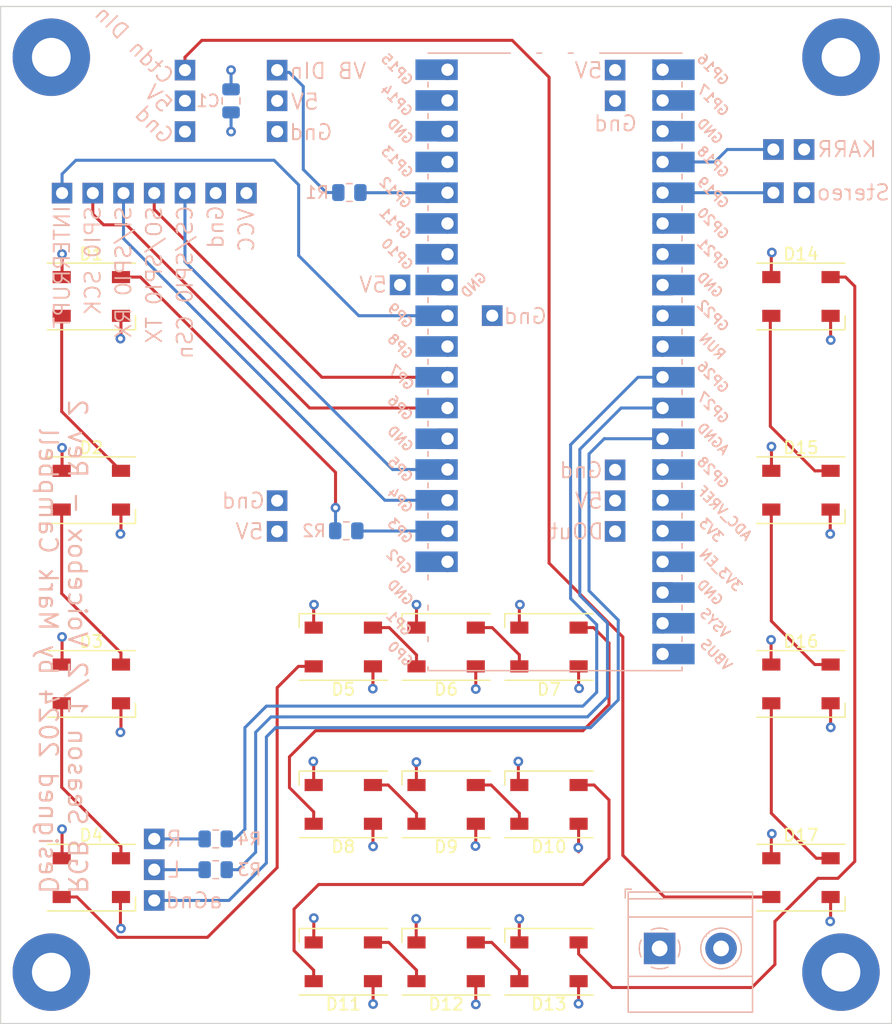
<source format=kicad_pcb>
(kicad_pcb (version 20221018) (generator pcbnew)
  (layers (0 "F.Cu" signal) (1 "In1.Cu" power) (2 "In2.Cu" power) (31 "B.Cu" signal) (34 "B.Paste" user) (35 "F.Paste" user) (36 "B.SilkS" user "B.Silkscreen") (37 "F.SilkS" user "F.Silkscreen") (38 "B.Mask" user) (39 "F.Mask" user) (44 "Edge.Cuts" user))
  (net 0 "")
  (net 1 "+5V")
  (net 2 "Net-(D10-DIN)")
  (net 3 "Net-(D4-DOUT)")
  (net 4 "GND")
  (net 5 "Net-(D1-DIN)")
  (net 6 "Net-(D1-DOUT)")
  (net 7 "Net-(D2-DOUT)")
  (net 8 "Net-(D3-DOUT)")
  (net 9 "Net-(D5-DOUT)")
  (net 10 "Net-(D6-DOUT)")
  (net 11 "Net-(D7-DOUT)")
  (net 12 "Net-(D11-DOUT)")
  (net 13 "Net-(D12-DOUT)")
  (net 14 "Net-(D13-DOUT)")
  (net 15 "Net-(D14-DOUT)")
  (net 16 "Net-(D15-DOUT)")
  (net 17 "Net-(D16-DOUT)")
  (net 18 "Net-(D10-DOUT)")
  (net 19 "unconnected-(U1-GPIO5-Pad7)")
  (net 20 "unconnected-(U1-GPIO6-Pad9)")
  (net 21 "unconnected-(U1-GPIO7-Pad10)")
  (net 23 "unconnected-(U1-GPIO9-Pad12)")
  (net 28 "unconnected-(U1-GPIO19-Pad25)")
  (net 37 "unconnected-(U1-GPIO4-Pad6)")
  (net 38 "Net-(U1-AGND)")
  (net 39 "Net-(U1-GPIO26_ADC0)")
  (net 40 "Net-(U1-GPIO3)")
  (net 45 "Net-(U1-GPIO27_ADC1)")
  (net 46 "Net-(U1-GPIO12)")
  (net 47 "Net-(J1-PadR1)")
  (net 48 "Net-(J1-PadT)")
  (net 49 "unconnected-(R1-Pad1)")
  (net 50 "Net-(D8-DOUT)")
  (net 52 "unconnected-(U1-GPIO18-Pad24)")
  (net 53 "unconnected-(D17-DOUT-Pad4)")
  (footprint "" (layer "F.Cu") (at 88.9 104.314 -90)
    (fp_text reference "R")
    (fp_text value "")
  )
  (footprint "" (layer "F.Cu") (at 80.391 39.751)
    (fp_text reference "")
    (fp_text value "")
  )
  (footprint "" (layer "F.Cu") (at 91.44 43.354)
    (fp_text reference "")
    (fp_text value "")
  )
  (footprint "" (layer "F.Cu") (at 80.391 115.316)
    (fp_text reference "")
    (fp_text value "")
  )
  (footprint "LED_SMD:LED_SK6812_PLCC4_5.0x5.0mm_P3.2mm" (layer "F.Cu") (at 104.53 101.46 180)
    (fp_text reference "D8")
    (fp_text value "SK6812" hide)
  )
  (footprint "" (layer "F.Cu") (at 116.84 61.094)
    (fp_text reference "Gnd")
    (fp_text value "")
  )
  (footprint "" (layer "F.Cu") (at 99.06 40.814)
    (fp_text reference "VB DIn")
    (fp_text value "")
  )
  (footprint "" (layer "F.Cu") (at 127 73.834)
    (fp_text reference "Gnd")
    (fp_text value "")
  )
  (footprint "" (layer "F.Cu") (at 127 43.354)
    (fp_text reference "Gnd")
    (fp_text value "")
  )
  (footprint "" (layer "F.Cu") (at 127 76.374)
    (fp_text reference "5V")
    (fp_text value "")
  )
  (footprint "LED_SMD:LED_SK6812_PLCC4_5.0x5.0mm_P3.2mm" (layer "F.Cu") (at 121.53 114.46 180)
    (fp_text reference "D13")
    (fp_text value "SK6812" hide)
  )
  (footprint "LED_SMD:LED_SK6812_PLCC4_5.0x5.0mm_P3.2mm" (layer "F.Cu") (at 121.53 88.46 180)
    (fp_text reference "D7")
    (fp_text value "SK6812" hide)
  )
  (footprint "" (layer "F.Cu") (at 140.081377 47.371 -90)
    (fp_text reference "KARR")
    (fp_text value "")
  )
  (footprint "LED_SMD:LED_SK6812_PLCC4_5.0x5.0mm_P3.2mm" (layer "F.Cu") (at 142.36 59.51)
    (fp_text reference "D14")
    (fp_text value "SK6812" hide)
  )
  (footprint "" (layer "F.Cu") (at 88.9 106.854)
    (fp_text reference "")
    (fp_text value "")
  )
  (footprint "" (layer "F.Cu") (at 127 40.814)
    (fp_text reference "5V")
    (fp_text value "")
  )
  (footprint "LED_SMD:LED_SK6812_PLCC4_5.0x5.0mm_P3.2mm" (layer "F.Cu") (at 142.36 107.51)
    (fp_text reference "D17")
    (fp_text value "SK6812" hide)
  )
  (footprint "" (layer "F.Cu") (at 91.44 40.814)
    (fp_text reference "Ctdn DIn")
    (fp_text value "")
  )
  (footprint "" (layer "F.Cu") (at 140.081377 50.942518 -90)
    (fp_text reference "Stereo")
    (fp_text value "")
  )
  (footprint "" (layer "F.Cu") (at 99.06 78.914)
    (fp_text reference "5V")
    (fp_text value "")
  )
  (footprint "" (layer "F.Cu") (at 109.22 58.554)
    (fp_text reference "5V")
    (fp_text value "")
  )
  (footprint "" (layer "F.Cu") (at 142.621377 47.371 -90)
    (fp_text reference "Gnd" hide)
    (fp_text value "")
  )
  (footprint "LED_SMD:LED_SK6812_PLCC4_5.0x5.0mm_P3.2mm" (layer "F.Cu") (at 113.03 101.46 180)
    (fp_text reference "D9")
    (fp_text value "SK6812" hide)
  )
  (footprint "MountingHole:MountingHole_3.2mm_M3_Pad" (layer "F.Cu") (at 145.669 39.751)
    (fp_text reference "REF**" hide)
    (fp_text value "MountingHole_3.2mm_M3_Pad" hide)
  )
  (footprint "LED_SMD:LED_SK6812_PLCC4_5.0x5.0mm_P3.2mm" (layer "F.Cu") (at 104.53 88.46 180)
    (fp_text reference "D5")
    (fp_text value "SK6812" hide)
  )
  (footprint "LED_SMD:LED_SK6812_PLCC4_5.0x5.0mm_P3.2mm" (layer "F.Cu") (at 83.7 107.51)
    (fp_text reference "D4")
    (fp_text value "SK6812" hide)
  )
  (footprint "" (layer "F.Cu") (at 99.06 45.894)
    (fp_text reference "Gnd")
    (fp_text value "")
  )
  (footprint "LED_SMD:LED_SK6812_PLCC4_5.0x5.0mm_P3.2mm" (layer "F.Cu") (at 104.53 114.46 180)
    (fp_text reference "D11")
    (fp_text value "SK6812" hide)
  )
  (footprint "" (layer "F.Cu") (at 91.44 45.894)
    (fp_text reference "")
    (fp_text value "")
  )
  (footprint "LED_SMD:LED_SK6812_PLCC4_5.0x5.0mm_P3.2mm" (layer "F.Cu") (at 142.36 91.51)
    (fp_text reference "D16")
    (fp_text value "SK6812" hide)
  )
  (footprint "" (layer "F.Cu") (at 127 78.914)
    (fp_text reference "DOut")
    (fp_text value "")
  )
  (footprint "LED_SMD:LED_SK6812_PLCC4_5.0x5.0mm_P3.2mm" (layer "F.Cu") (at 142.36 75.51)
    (fp_text reference "D15")
    (fp_text value "SK6812" hide)
  )
  (footprint "LED_SMD:LED_SK6812_PLCC4_5.0x5.0mm_P3.2mm" (layer "F.Cu") (at 113.03 88.46 180)
    (fp_text reference "D6")
    (fp_text value "SK6812" hide)
  )
  (footprint "LED_SMD:LED_SK6812_PLCC4_5.0x5.0mm_P3.2mm" (layer "F.Cu") (at 83.7 91.51)
    (fp_text reference "D3")
    (fp_text value "SK6812" hide)
  )
  (footprint "LED_SMD:LED_SK6812_PLCC4_5.0x5.0mm_P3.2mm" (layer "F.Cu") (at 83.7 59.51)
    (fp_text reference "D1")
    (fp_text value "SK6812" hide)
  )
  (footprint "" (layer "F.Cu") (at 99.06 76.374)
    (fp_text reference "Gnd")
    (fp_text value "")
  )
  (footprint "" (layer "F.Cu") (at 88.9 109.394)
    (fp_text reference "")
    (fp_text value "")
  )
  (footprint "LED_SMD:LED_SK6812_PLCC4_5.0x5.0mm_P3.2mm" (layer "F.Cu") (at 83.7 75.51)
    (fp_text reference "D2")
    (fp_text value "SK6812" hide)
  )
  (footprint "" (layer "F.Cu") (at 142.621377 50.942518 -90)
    (fp_text reference "Gnd" hide)
    (fp_text value "")
  )
  (footprint "" (layer "F.Cu") (at 145.669 115.316)
    (fp_text reference "")
    (fp_text value "")
  )
  (footprint "LED_SMD:LED_SK6812_PLCC4_5.0x5.0mm_P3.2mm" (layer "F.Cu") (at 113.03 114.46 180)
    (fp_text reference "D12")
    (fp_text value "SK6812" hide)
  )
  (footprint "" (layer "F.Cu") (at 99.06 43.354)
    (fp_text reference "5V")
    (fp_text value "")
  )
  (footprint "LED_SMD:LED_SK6812_PLCC4_5.0x5.0mm_P3.2mm" (layer "F.Cu") (at 121.53 101.46 180)
    (fp_text reference "D10")
    (fp_text value "SK6812" hide)
  )
  (footprint "Resistor_SMD:R_0805_2012Metric" (layer "B.Cu") (at 93.98 104.314 180)
    (fp_text reference "R4")
    (fp_text value "470" hide)
  )
  (footprint "Resistor_SMD:R_0805_2012Metric" (layer "B.Cu") (at 93.98 106.854 180)
    (fp_text reference "R3")
    (fp_text value "470" hide)
  )
  (footprint "" (layer "B.Cu") (at 83.82 50.974 90)
    (fp_text reference "SPI0 SCK")
    (fp_text value "")
  )
  (footprint "TerminalBlock_Phoenix:TerminalBlock_Phoenix_MKDS-1,5-2-5.08_1x02_P5.08mm_Horizontal" (layer "B.Cu") (at 130.678 113.36)
    (fp_text reference "REF**" hide)
    (fp_text value "TerminalBlock_Phoenix_MKDS-1,5-2-5.08_1x02_P5.08mm_Horizontal" hide)
  )
  (footprint "Capacitor_SMD:C_0805_2012Metric" (layer "B.Cu") (at 95.25 43.354 -90)
    (fp_text reference "C1")
    (fp_text value "1mf" hide)
  )
  (footprint "" (layer "B.Cu") (at 96.52 50.974 90)
    (fp_text reference "VCC")
    (fp_text value "")
  )
  (footprint "" (layer "B.Cu") (at 81.28 50.974 90)
    (fp_text reference "INTERRUPT")
    (fp_text value "")
  )
  (footprint "" (layer "B.Cu") (at 88.9 50.974 90)
    (fp_text reference "SO/SPI0 TX")
    (fp_text value "")
  )
  (footprint "MCU_RaspberryPi_and_Boards:RPi_Pico_SMD_TH_Voicebox" (layer "B.Cu") (at 122.031377 64.912518)
    (fp_text reference "U1" hide)
    (fp_text value "Pico")
  )
  (footprint "" (layer "B.Cu") (at 86.36 50.974 90)
    (fp_text reference "SI/SPI0 RX")
    (fp_text value "")
  )
  (footprint "Resistor_SMD:R_0805_2012Metric" (layer "B.Cu") (at 104.775 78.867 180)
    (fp_text reference "R2")
    (fp_text value "470" hide)
  )
  (footprint "" (layer "B.Cu") (at 91.44 50.974 90)
    (fp_text reference "CS/SPI0 CSn")
    (fp_text value "")
  )
  (footprint "Resistor_SMD:R_0805_2012Metric" (layer "B.Cu") (at 105.029 50.927)
    (fp_text reference "R1")
    (fp_text value "470" hide)
  )
  (footprint "" (layer "B.Cu") (at 93.98 50.974 90)
    (fp_text reference "Gnd")
    (fp_text value "")
  )
  (gr_line (start 149.86 35.56) (end 76.2 35.56) (stroke (width 0.1)) (layer "Edge.Cuts"))
  (gr_line (start 76.2 35.56) (end 76.2 119.56) (stroke (width 0.1)) (layer "Edge.Cuts"))
  (gr_line (start 149.86 119.56) (end 149.86 35.56) (stroke (width 0.1)) (layer "Edge.Cuts"))
  (gr_line (start 76.2 119.56) (end 149.86 119.56) (stroke (width 0.1)) (layer "Edge.Cuts"))
  (gr_text "RGB Season 1/2 Voicebox - Rev 2\nDesigned 2024 by Mark Campbell" (at 79.248 108.966 270) (layer "B.SilkS") (effects (font (size 1.5 1.5) (thickness 0.1875)) (justify left bottom mirror)))
  (gr_text "aGnd" (at 92.202 109.394) (layer "B.SilkS") (effects (font (size 1.27 1.27)) (justify mirror)))
  (gr_text "5V" (at 89.239271 43.18 315) (layer "B.SilkS") (effects (font (size 1.27 1.27)) (justify mirror)))
  (gr_text "Gnd" (at 88.9 45.339 315) (layer "B.SilkS") (effects (font (size 1.27 1.27)) (justify mirror)))
  (gr_text "L" (at 90.551 106.854) (layer "B.SilkS") (effects (font (size 1.27 1.27)) (justify mirror)))
  (segment (start 115.48 90.06) (end 115.48 91.931662) (width 0.25) (layer "F.Cu") (net 1))
  (segment (start 127.682 40.814) (end 127 40.814) (width 0.25) (layer "F.Cu") (net 1))
  (segment (start 81.28 56.007) (end 81.28 56.13) (width 0.25) (layer "F.Cu") (net 1))
  (segment (start 139.922174 73.897826) (end 139.922174 71.9063) (width 0.25) (layer "F.Cu") (net 1))
  (segment (start 123.98 91.836013) (end 124.019904 91.875917) (width 0.25) (layer "F.Cu") (net 1))
  (segment (start 139.890349 87.871485) (end 139.91 87.967) (width 0.25) (layer "F.Cu") (net 1))
  (segment (start 106.968601 91.913399) (end 106.968601 91.903916) (width 0.25) (layer "F.Cu") (net 1))
  (segment (start 139.922174 71.9063) (end 139.91 71.926) (width 0.25) (layer "F.Cu") (net 1))
  (segment (start 106.98 91.902) (end 106.98 90.06) (width 0.25) (layer "F.Cu") (net 1))
  (segment (start 106.934 91.948) (end 106.968601 91.913399) (width 0.25) (layer "F.Cu") (net 1))
  (segment (start 81.28 103.505) (end 81.28 105.88) (width 0.25) (layer "F.Cu") (net 1))
  (segment (start 81.28 89.88) (end 81.25 89.91) (width 0.25) (layer "F.Cu") (net 1))
  (segment (start 81.28 72.009) (end 81.28 73.88) (width 0.25) (layer "F.Cu") (net 1))
  (segment (start 123.98 105.001) (end 123.952 105.029) (width 0.25) (layer "F.Cu") (net 1))
  (segment (start 109.22 58.42) (end 109.22 58.554) (width 0.25) (layer "F.Cu") (net 1))
  (segment (start 123.974783 116.065217) (end 123.974783 117.921286) (width 0.25) (layer "F.Cu") (net 1))
  (segment (start 106.978084 91.903916) (end 106.98 91.902) (width 0.25) (layer "F.Cu") (net 1))
  (segment (start 123.98 105.057) (end 123.98 105.382) (width 0.25) (layer "F.Cu") (net 1))
  (segment (start 81.28 105.88) (end 81.25 105.91) (width 0.25) (layer "F.Cu") (net 1))
  (segment (start 139.890349 89.890349) (end 139.890349 87.871485) (width 0.25) (layer "F.Cu") (net 1))
  (segment (start 106.990874 117.950978) (end 106.966022 117.950978) (width 0.25) (layer "F.Cu") (net 1))
  (segment (start 81.28 73.88) (end 81.25 73.91) (width 0.25) (layer "F.Cu") (net 1))
  (segment (start 106.98 116.06) (end 106.98 116.124) (width 0.25) (layer "F.Cu") (net 1))
  (segment (start 139.91 89.91) (end 139.890349 89.890349) (width 0.25) (layer "F.Cu") (net 1))
  (segment (start 115.482828 117.98067) (end 115.44533 117.98067) (width 0.25) (layer "F.Cu") (net 1))
  (segment (start 115.48 91.931662) (end 115.480253 91.931915) (width 0.25) (layer "F.Cu") (net 1))
  (segment (start 123.952 105.029) (end 123.98 105.057) (width 0.25) (layer "F.Cu") (net 1))
  (segment (start 106.966022 117.950978) (end 106.934 117.983) (width 0.25) (layer "F.Cu") (net 1))
  (segment (start 139.91 103.93) (end 139.954 103.886) (width 0.25) (layer "F.Cu") (net 1))
  (segment (start 123.98 103.06) (end 123.98 105.001) (width 0.25) (layer "F.Cu") (net 1))
  (segment (start 115.453136 104.901278) (end 115.48 104.928142) (width 0.25) (layer "F.Cu") (net 1))
  (segment (start 115.482828 116.062828) (end 115.482828 117.98067) (width 0.25) (layer "F.Cu") (net 1))
  (segment (start 139.91 57.91) (end 139.91 55.924) (width 0.25) (layer "F.Cu") (net 1))
  (segment (start 106.990874 116.070874) (end 106.990874 117.950978) (width 0.25) (layer "F.Cu") (net 1))
  (segment (start 123.98 90.06) (end 123.98 91.836013) (width 0.25) (layer "F.Cu") (net 1))
  (segment (start 106.98 104.941844) (end 106.990874 104.93097) (width 0.25) (layer "F.Cu") (net 1))
  (segment (start 139.91 73.91) (end 139.922174 73.897826) (width 0.25) (layer "F.Cu") (net 1))
  (segment (start 81.28 56.007) (end 81.28 57.88) (width 0.25) (layer "F.Cu") (net 1))
  (segment (start 115.44533 117.98067) (end 115.443 117.983) (width 0.25) (layer "F.Cu") (net 1))
  (segment (start 106.968601 91.903916) (end 106.978084 91.903916) (width 0.25) (layer "F.Cu") (net 1))
  (segment (start 115.48 103.06) (end 115.48 104.874414) (width 0.25) (layer "F.Cu") (net 1))
  (segment (start 123.974783 117.921286) (end 124.017286 117.921286) (width 0.25) (layer "F.Cu") (net 1))
  (segment (start 139.91 105.91) (end 139.91 103.93) (width 0.25) (layer "F.Cu") (net 1))
  (segment (start 106.990874 104.93097) (end 106.98 104.920096) (width 0.25) (layer "F.Cu") (net 1))
  (segment (start 123.98 116.06) (end 123.974783 116.065217) (width 0.25) (layer "F.Cu") (net 1))
  (segment (start 115.48 116.06) (end 115.482828 116.062828) (width 0.25) (layer "F.Cu") (net 1))
  (segment (start 106.98 116.06) (end 106.990874 116.070874) (width 0.25) (layer "F.Cu") (net 1))
  (segment (start 115.480253 91.931915) (end 115.48 91.932168) (width 0.25) (layer "F.Cu") (net 1))
  (segment (start 106.98 104.920096) (end 106.98 103.06) (width 0.25) (layer "F.Cu") (net 1))
  (segment (start 81.28 87.63) (end 81.28 89.88) (width 0.25) (layer "F.Cu") (net 1))
  (segment (start 123.98 91.915821) (end 123.98 91.92) (width 0.25) (layer "F.Cu") (net 1))
  (segment (start 124.017286 117.921286) (end 124.079 117.983) (width 0.25) (layer "F.Cu") (net 1))
  (segment (start 81.28 57.88) (end 81.25 57.91) (width 0.25) (layer "F.Cu") (net 1))
  (segment (start 124.019904 91.875917) (end 123.98 91.915821) (width 0.25) (layer "F.Cu") (net 1))
  (segment (start 115.48 104.874414) (end 115.453136 104.901278) (width 0.25) (layer "F.Cu") (net 1))
  (segment (start 139.91 55.924) (end 139.954 55.88) (width 0.25) (layer "F.Cu") (net 1))
  (via (at 115.482828 117.98067) (size 0.8) (drill 0.4) (layers "F.Cu" "B.Cu") (net 1))
  (via (at 139.922174 71.9063) (size 0.8) (drill 0.4) (layers "F.Cu" "B.Cu") (net 1))
  (via (at 106.968601 91.903916) (size 0.8) (drill 0.4) (layers "F.Cu" "B.Cu") (net 1))
  (via (at 115.480253 91.931915) (size 0.8) (drill 0.4) (layers "F.Cu" "B.Cu") (net 1))
  (via (at 123.974783 117.921286) (size 0.8) (drill 0.4) (layers "F.Cu" "B.Cu") (net 1))
  (via (at 106.990874 104.93097) (size 0.8) (drill 0.4) (layers "F.Cu" "B.Cu") (net 1))
  (via (at 139.954 103.886) (size 0.8) (drill 0.4) (layers "F.Cu" "B.Cu") (net 1))
  (via (at 139.890349 87.871485) (size 0.8) (drill 0.4) (layers "F.Cu" "B.Cu") (net 1))
  (via (at 95.25 40.814) (size 0.8) (drill 0.4) (layers "F.Cu" "B.Cu") (net 1))
  (via (at 123.952 105.029) (size 0.8) (drill 0.4) (layers "F.Cu" "B.Cu") (net 1))
  (via (at 106.990874 117.950978) (size 0.8) (drill 0.4) (layers "F.Cu" "B.Cu") (net 1))
  (via (at 115.453136 104.901278) (size 0.8) (drill 0.4) (layers "F.Cu" "B.Cu") (net 1))
  (via (at 124.019904 91.875917) (size 0.8) (drill 0.4) (layers "F.Cu" "B.Cu") (net 1))
  (via (at 81.28 72.009) (size 0.8) (drill 0.4) (layers "F.Cu" "B.Cu") (net 1))
  (via (at 139.954 55.88) (size 0.8) (drill 0.4) (layers "F.Cu" "B.Cu") (net 1))
  (via (at 81.28 87.63) (size 0.8) (drill 0.4) (layers "F.Cu" "B.Cu") (net 1))
  (via (at 81.28 103.505) (size 0.8) (drill 0.4) (layers "F.Cu" "B.Cu") (net 1))
  (via (at 81.28 56.007) (size 0.8) (drill 0.4) (layers "F.Cu" "B.Cu") (net 1))
  (segment (start 95.25 42.404) (end 95.25 40.814) (width 0.25) (layer "B.Cu") (net 1))
  (segment (start 116.751 99.86) (end 119.08 102.189) (width 0.25) (layer "F.Cu") (net 2))
  (segment (start 119.08 102.189) (end 119.08 103.06) (width 0.25) (layer "F.Cu") (net 2))
  (segment (start 115.48 99.86) (end 116.751 99.86) (width 0.25) (layer "F.Cu") (net 2))
  (segment (start 82.518695 109.11) (end 85.849695 112.441) (width 0.25) (layer "F.Cu") (net 3))
  (segment (start 85.849695 112.441) (end 93.299 112.441) (width 0.25) (layer "F.Cu") (net 3))
  (segment (start 99.06 106.68) (end 99.06 91.821) (width 0.25) (layer "F.Cu") (net 3))
  (segment (start 102.08 90.06) (end 100.821 90.06) (width 0.25) (layer "F.Cu") (net 3))
  (segment (start 93.299 112.441) (end 99.06 106.68) (width 0.25) (layer "F.Cu") (net 3))
  (segment (start 81.25 109.11) (end 82.518695 109.11) (width 0.25) (layer "F.Cu") (net 3))
  (segment (start 100.821 90.06) (end 99.06 91.821) (width 0.25) (layer "F.Cu") (net 3))
  (segment (start 144.81 63.098087) (end 144.823278 63.111365) (width 0.25) (layer "F.Cu") (net 4))
  (segment (start 119.126 84.963) (end 119.08 85.009) (width 0.25) (layer "F.Cu") (net 4))
  (segment (start 144.78 77.14) (end 144.81 77.11) (width 0.25) (layer "F.Cu") (net 4))
  (segment (start 144.81 109.11) (end 144.81 111.095) (width 0.25) (layer "F.Cu") (net 4))
  (segment (start 102.108 84.963) (end 102.08 84.935) (width 0.25) (layer "F.Cu") (net 4))
  (segment (start 144.787635 63.111365) (end 144.78 63.119) (width 0.25) (layer "F.Cu") (net 4))
  (segment (start 116.84 61.482) (end 116.452 61.094) (width 0.25) (layer "F.Cu") (net 4))
  (segment (start 102.08 86.86) (end 102.08 84.991) (width 0.25) (layer "F.Cu") (net 4))
  (segment (start 127 43.354) (end 127.08 43.354) (width 0.25) (layer "F.Cu") (net 4))
  (segment (start 131.041859 45.983) (end 130.921377 45.862518) (width 0.25) (layer "F.Cu") (net 4))
  (segment (start 144.81 95.082561) (end 144.823278 95.095839) (width 0.25) (layer "F.Cu") (net 4))
  (segment (start 110.553932 112.833932) (end 110.553932 110.913938) (width 0.25) (layer "F.Cu") (net 4))
  (segment (start 86.15 109.11) (end 86.106 109.154) (width 0.25) (layer "F.Cu") (net 4))
  (segment (start 86.106 109.154) (end 86.106 111.672) (width 0.25) (layer "F.Cu") (net 4))
  (segment (start 110.553932 110.913938) (end 110.58 111.035) (width 0.25) (layer "F.Cu") (net 4))
  (segment (start 99.091482 45.862518) (end 99.06 45.894) (width 0.25) (layer "F.Cu") (net 4))
  (segment (start 119.08 86.86) (end 119.08 85.009) (width 0.25) (layer "F.Cu") (net 4))
  (segment (start 110.570262 97.969646) (end 110.570262 99.850262) (width 0.25) (layer "F.Cu") (net 4))
  (segment (start 102.091669 110.854554) (end 102.108 110.998) (width 0.25) (layer "F.Cu") (net 4))
  (segment (start 102.048615 97.910261) (end 102.08 97.941646) (width 0.25) (layer "F.Cu") (net 4))
  (segment (start 86.106 95.504) (end 86.15 95.46) (width 0.25) (layer "F.Cu") (net 4))
  (segment (start 86.15 61.004) (end 86.15 61.11) (width 0.25) (layer "F.Cu") (net 4))
  (segment (start 144.81 61.11) (end 144.81 63.098087) (width 0.25) (layer "F.Cu") (net 4))
  (segment (start 86.106 62.992) (end 86.106 62.865) (width 0.25) (layer "F.Cu") (net 4))
  (segment (start 86.106 79.121) (end 86.15 79.077) (width 0.25) (layer "F.Cu") (net 4))
  (segment (start 110.58 84.963) (end 110.58 86.86) (width 0.25) (layer "F.Cu") (net 4))
  (segment (start 110.58 112.86) (end 110.553932 112.833932) (width 0.25) (layer "F.Cu") (net 4))
  (segment (start 102.091669 112.848331) (end 102.091669 110.854554) (width 0.25) (layer "F.Cu") (net 4))
  (segment (start 102.08 84.935) (end 102.08 84.864) (width 0.25) (layer "F.Cu") (net 4))
  (segment (start 119.075579 110.913938) (end 119.08 111.079) (width 0.25) (layer "F.Cu") (net 4))
  (segment (start 110.518262 99.850262) (end 110.49 99.822) (width 0.25) (layer "F.Cu") (net 4))
  (segment (start 102.08 97.941646) (end 102.08 99.86) (width 0.25) (layer "F.Cu") (net 4))
  (segment (start 102.08 98.326) (end 102.08 97.941646) (width 0.25) (layer "F.Cu") (net 4))
  (segment (start 102.08 84.991) (end 102.108 84.963) (width 0.25) (layer "F.Cu") (net 4))
  (segment (start 86.106 111.672) (end 86.15 111.716) (width 0.25) (layer "F.Cu") (net 4))
  (segment (start 144.78 79.121) (end 144.78 77.14) (width 0.25) (layer "F.Cu") (net 4))
  (segment (start 118.999 97.917) (end 118.999 99.779) (width 0.25) (layer "F.Cu") (net 4))
  (segment (start 110.49 98.288) (end 110.570262 97.969646) (width 0.25) (layer "F.Cu") (net 4))
  (segment (start 144.823278 95.095839) (end 144.680161 95.095839) (width 0.25) (layer "F.Cu") (net 4))
  (segment (start 119.08 112.86) (end 119.075579 112.855579) (width 0.25) (layer "F.Cu") (net 4))
  (segment (start 144.680161 95.095839) (end 144.78 94.996) (width 0.25) (layer "F.Cu") (net 4))
  (segment (start 118.999 98.288) (end 118.999 97.917) (width 0.25) (layer "F.Cu") (net 4))
  (segment (start 119.08 85.009) (end 119.08 85.298) (width 0.25) (layer "F.Cu") (net 4))
  (segment (start 110.570262 99.850262) (end 110.518262 99.850262) (width 0.25) (layer "F.Cu") (net 4))
  (segment (start 144.823278 63.111365) (end 144.787635 63.111365) (width 0.25) (layer "F.Cu") (net 4))
  (segment (start 86.15 62.821) (end 86.106 62.992) (width 0.25) (layer "F.Cu") (net 4))
  (segment (start 119.075579 112.855579) (end 119.075579 110.913938) (width 0.25) (layer "F.Cu") (net 4))
  (segment (start 86.15 79.077) (end 86.15 77.11) (width 0.25) (layer "F.Cu") (net 4))
  (segment (start 86.15 95.46) (end 86.15 93.11) (width 0.25) (layer "F.Cu") (net 4))
  (segment (start 118.999 99.779) (end 119.08 99.86) (width 0.25) (layer "F.Cu") (net 4))
  (segment (start 102.08 112.86) (end 102.091669 112.848331) (width 0.25) (layer "F.Cu") (net 4))
  (segment (start 86.15 61.11) (end 86.15 62.821) (width 0.25) (layer "F.Cu") (net 4))
  (segment (start 144.81 111.095) (end 144.78 111.125) (width 0.25) (layer "F.Cu") (net 4))
  (segment (start 144.81 93.11) (end 144.81 95.082561) (width 0.25) (layer "F.Cu") (net 4))
  (via (at 118.999 97.917) (size 0.8) (drill 0.4) (layers "F.Cu" "B.Cu") (net 4))
  (via (at 86.106 62.992) (size 0.8) (drill 0.4) (layers "F.Cu" "B.Cu") (net 4))
  (via (at 110.58 84.963) (size 0.8) (drill 0.4) (layers "F.Cu" "B.Cu") (net 4))
  (via (at 110.570262 97.969646) (size 0.8) (drill 0.4) (layers "F.Cu" "B.Cu") (net 4))
  (via (at 144.78 111.125) (size 0.8) (drill 0.4) (layers "F.Cu" "B.Cu") (net 4))
  (via (at 144.823278 63.111365) (size 0.8) (drill 0.4) (layers "F.Cu" "B.Cu") (net 4))
  (via (at 110.553932 110.913938) (size 0.8) (drill 0.4) (layers "F.Cu" "B.Cu") (net 4))
  (via (at 86.106 79.121) (size 0.8) (drill 0.4) (layers "F.Cu" "B.Cu") (net 4))
  (via (at 95.25 45.894) (size 0.8) (drill 0.4) (layers "F.Cu" "B.Cu") (net 4))
  (via (at 144.823278 95.095839) (size 0.8) (drill 0.4) (layers "F.Cu" "B.Cu") (net 4))
  (via (at 86.106 95.504) (size 0.8) (drill 0.4) (layers "F.Cu" "B.Cu") (net 4))
  (via (at 119.075579 110.913938) (size 0.8) (drill 0.4) (layers "F.Cu" "B.Cu") (net 4))
  (via (at 102.108 84.963) (size 0.8) (drill 0.4) (layers "F.Cu" "B.Cu") (net 4))
  (via (at 119.126 84.963) (size 0.8) (drill 0.4) (layers "F.Cu" "B.Cu") (net 4))
  (via (at 86.15 111.716) (size 0.8) (drill 0.4) (layers "F.Cu" "B.Cu") (net 4))
  (via (at 102.048615 97.910261) (size 0.8) (drill 0.4) (layers "F.Cu" "B.Cu") (net 4))
  (via (at 144.78 79.121) (size 0.8) (drill 0.4) (layers "F.Cu" "B.Cu") (net 4))
  (via (at 102.091669 110.854554) (size 0.8) (drill 0.4) (layers "F.Cu" "B.Cu") (net 4))
  (segment (start 95.49 44.544) (end 95.25 44.304) (width 0.25) (layer "B.Cu") (net 4))
  (segment (start 95.25 44.304) (end 95.25 45.513) (width 0.25) (layer "B.Cu") (net 4))
  (segment (start 103.886 76.962) (end 103.886 74.041) (width 0.25) (layer "F.Cu") (net 5))
  (segment (start 103.886 74.041) (end 87.755 57.91) (width 0.25) (layer "F.Cu") (net 5))
  (segment (start 87.755 57.91) (end 86.15 57.91) (width 0.25) (layer "F.Cu") (net 5))
  (via (at 103.886 76.962) (size 0.8) (drill 0.4) (layers "F.Cu" "B.Cu") (net 5))
  (segment (start 103.886 76.962) (end 103.886 78.8435) (width 0.25) (layer "B.Cu") (net 5))
  (segment (start 103.846982 78.882518) (end 103.774518 78.882518) (width 0.25) (layer "B.Cu") (net 5))
  (segment (start 103.886 78.8435) (end 103.846982 78.882518) (width 0.25) (layer "B.Cu") (net 5))
  (segment (start 81.25 61.11) (end 81.25 69.01) (width 0.25) (layer "F.Cu") (net 6))
  (segment (start 81.25 69.01) (end 86.15 73.91) (width 0.25) (layer "F.Cu") (net 6))
  (segment (start 81.25 84.044) (end 86.15 88.944) (width 0.25) (layer "F.Cu") (net 7))
  (segment (start 81.25 77.11) (end 81.25 84.044) (width 0.25) (layer "F.Cu") (net 7))
  (segment (start 86.15 88.944) (end 86.15 89.91) (width 0.25) (layer "F.Cu") (net 7))
  (segment (start 86.15 104.946) (end 86.15 105.91) (width 0.25) (layer "F.Cu") (net 8))
  (segment (start 81.25 100.046) (end 86.15 104.946) (width 0.25) (layer "F.Cu") (net 8))
  (segment (start 81.25 93.11) (end 81.25 100.046) (width 0.25) (layer "F.Cu") (net 8))
  (segment (start 110.58 89.117) (end 110.58 90.06) (width 0.25) (layer "F.Cu") (net 9))
  (segment (start 108.323 86.86) (end 110.58 89.117) (width 0.25) (layer "F.Cu") (net 9))
  (segment (start 106.98 86.86) (end 108.323 86.86) (width 0.25) (layer "F.Cu") (net 9))
  (segment (start 115.48 86.86) (end 116.832 86.86) (width 0.25) (layer "F.Cu") (net 10))
  (segment (start 116.832 86.86) (end 119.08 89.108) (width 0.25) (layer "F.Cu") (net 10))
  (segment (start 119.08 89.108) (end 119.08 90.06) (width 0.25) (layer "F.Cu") (net 10))
  (segment (start 102.08 102.08) (end 102.08 103.06) (width 0.25) (layer "F.Cu") (net 11))
  (segment (start 126.492 88.138) (end 126.492 93.218) (width 0.25) (layer "F.Cu") (net 11))
  (segment (start 100.076 97.536) (end 100.076 100.076) (width 0.25) (layer "F.Cu") (net 11))
  (segment (start 125.214 86.86) (end 126.492 88.138) (width 0.25) (layer "F.Cu") (net 11))
  (segment (start 100.076 100.076) (end 102.08 102.08) (width 0.25) (layer "F.Cu") (net 11))
  (segment (start 126.492 93.218) (end 124.333 95.377) (width 0.25) (layer "F.Cu") (net 11))
  (segment (start 124.333 95.377) (end 102.235 95.377) (width 0.25) (layer "F.Cu") (net 11))
  (segment (start 123.98 86.86) (end 125.214 86.86) (width 0.25) (layer "F.Cu") (net 11))
  (segment (start 102.235 95.377) (end 100.076 97.536) (width 0.25) (layer "F.Cu") (net 11))
  (segment (start 110.58 115.152) (end 110.58 116.06) (width 0.25) (layer "F.Cu") (net 12))
  (segment (start 108.288 112.86) (end 110.58 115.152) (width 0.25) (layer "F.Cu") (net 12))
  (segment (start 106.98 112.86) (end 108.288 112.86) (width 0.25) (layer "F.Cu") (net 12))
  (segment (start 115.48 112.86) (end 116.797 112.86) (width 0.25) (layer "F.Cu") (net 13))
  (segment (start 119.08 115.143) (end 119.08 116.06) (width 0.25) (layer "F.Cu") (net 13))
  (segment (start 116.797 112.86) (end 119.08 115.143) (width 0.25) (layer "F.Cu") (net 13))
  (segment (start 143.764 107.569) (end 145.415 107.569) (width 0.25) (layer "F.Cu") (net 14))
  (segment (start 140.208 111.125) (end 143.764 107.569) (width 0.25) (layer "F.Cu") (net 14))
  (segment (start 146.812 106.172) (end 146.812 58.674) (width 0.25) (layer "F.Cu") (net 14))
  (segment (start 123.98 112.86) (end 123.98 113.82) (width 0.25) (layer "F.Cu") (net 14))
  (segment (start 146.812 58.674) (end 146.048 57.91) (width 0.25) (layer "F.Cu") (net 14))
  (segment (start 140.208 114.681) (end 140.208 111.125) (width 0.25) (layer "F.Cu") (net 14))
  (segment (start 145.415 107.569) (end 146.812 106.172) (width 0.25) (layer "F.Cu") (net 14))
  (segment (start 138.303 116.586) (end 140.208 114.681) (width 0.25) (layer "F.Cu") (net 14))
  (segment (start 126.746 116.586) (end 138.303 116.586) (width 0.25) (layer "F.Cu") (net 14))
  (segment (start 146.048 57.91) (end 144.81 57.91) (width 0.25) (layer "F.Cu") (net 14))
  (segment (start 123.98 113.82) (end 126.746 116.586) (width 0.25) (layer "F.Cu") (net 14))
  (segment (start 139.827 70.231) (end 139.827 69.85) (width 0.25) (layer "F.Cu") (net 15))
  (segment (start 143.51 73.914) (end 139.827 70.231) (width 0.25) (layer "F.Cu") (net 15))
  (segment (start 139.827 69.85) (end 139.827 61.193) (width 0.25) (layer "F.Cu") (net 15))
  (segment (start 139.827 61.193) (end 139.91 61.11) (width 0.25) (layer "F.Cu") (net 15))
  (segment (start 144.81 73.91) (end 143.768 73.91) (width 0.25) (layer "F.Cu") (net 15))
  (segment (start 143.768 73.91) (end 143.764 73.914) (width 0.25) (layer "F.Cu") (net 15))
  (segment (start 143.764 73.914) (end 143.51 73.914) (width 0.25) (layer "F.Cu") (net 15))
  (segment (start 139.91 86.316) (end 139.91 77.11) (width 0.25) (layer "F.Cu") (net 16))
  (segment (start 143.504 89.91) (end 139.91 86.316) (width 0.25) (layer "F.Cu") (net 16))
  (segment (start 144.81 89.91) (end 143.504 89.91) (width 0.25) (layer "F.Cu") (net 16))
  (segment (start 139.91 93.11) (end 139.91 102.191) (width 0.25) (layer "F.Cu") (net 17))
  (segment (start 143.629 105.91) (end 144.81 105.91) (width 0.25) (layer "F.Cu") (net 17))
  (segment (start 139.91 102.191) (end 143.629 105.91) (width 0.25) (layer "F.Cu") (net 17))
  (segment (start 125.26 99.86) (end 126.492 101.092) (width 0.25) (layer "F.Cu") (net 18))
  (segment (start 102.08 115.161) (end 102.08 116.06) (width 0.25) (layer "F.Cu") (net 18))
  (segment (start 100.457 113.538) (end 102.08 115.161) (width 0.25) (layer "F.Cu") (net 18))
  (segment (start 123.98 99.86) (end 125.26 99.86) (width 0.25) (layer "F.Cu") (net 18))
  (segment (start 126.492 101.092) (end 126.492 105.918) (width 0.25) (layer "F.Cu") (net 18))
  (segment (start 124.333 108.077) (end 102.489 108.077) (width 0.25) (layer "F.Cu") (net 18))
  (segment (start 102.489 108.077) (end 100.457 110.109) (width 0.25) (layer "F.Cu") (net 18))
  (segment (start 126.492 105.918) (end 124.333 108.077) (width 0.25) (layer "F.Cu") (net 18))
  (segment (start 100.457 110.109) (end 100.457 113.538) (width 0.25) (layer "F.Cu") (net 18))
  (segment (start 91.44 50.8) (end 91.44 56.642) (width 0.25) (layer "B.Cu") (net 19))
  (segment (start 91.44 56.642) (end 108.600518 73.802518) (width 0.25) (layer "B.Cu") (net 19))
  (segment (start 108.600518 73.802518) (end 113.141377 73.802518) (width 0.25) (layer "B.Cu") (net 19))
  (segment (start 113.141377 68.722518) (end 101.742518 68.722518) (width 0.25) (layer "F.Cu") (net 20))
  (segment (start 84.709 53.594) (end 83.82 52.705) (width 0.25) (layer "F.Cu") (net 20))
  (segment (start 83.82 52.705) (end 83.82 50.974) (width 0.25) (layer "F.Cu") (net 20))
  (segment (start 86.614 53.594) (end 84.709 53.594) (width 0.25) (layer "F.Cu") (net 20))
  (segment (start 101.742518 68.722518) (end 86.614 53.594) (width 0.25) (layer "F.Cu") (net 20))
  (segment (start 102.758518 66.182518) (end 113.141377 66.182518) (width 0.25) (layer "F.Cu") (net 21))
  (segment (start 88.9 50.974) (end 88.9 52.324) (width 0.25) (layer "F.Cu") (net 21))
  (segment (start 88.9 52.324) (end 102.758518 66.182518) (width 0.25) (layer "F.Cu") (net 21))
  (segment (start 100.838 56.134) (end 100.838 50.292) (width 0.25) (layer "B.Cu") (net 23))
  (segment (start 82.423 48.26) (end 81.28 49.403) (width 0.25) (layer "B.Cu") (net 23))
  (segment (start 105.806518 61.102518) (end 100.838 56.134) (width 0.25) (layer "B.Cu") (net 23))
  (segment (start 113.141377 61.102518) (end 105.806518 61.102518) (width 0.25) (layer "B.Cu") (net 23))
  (segment (start 81.28 49.403) (end 81.28 50.974) (width 0.25) (layer "B.Cu") (net 23))
  (segment (start 98.806 48.26) (end 82.423 48.26) (width 0.25) (layer "B.Cu") (net 23))
  (segment (start 100.838 50.292) (end 98.806 48.26) (width 0.25) (layer "B.Cu") (net 23))
  (segment (start 130.921377 50.942518) (end 140.081377 50.942518) (width 0.25) (layer "B.Cu") (net 28))
  (segment (start 107.965518 76.342518) (end 86.36 54.737) (width 0.25) (layer "B.Cu") (net 37))
  (segment (start 113.141377 76.342518) (end 107.965518 76.342518) (width 0.25) (layer "B.Cu") (net 37))
  (segment (start 86.36 54.737) (end 86.36 50.974) (width 0.25) (layer "B.Cu") (net 37))
  (segment (start 126.126518 71.262518) (end 130.921377 71.262518) (width 0.25) (layer "B.Cu") (net 38))
  (segment (start 124.841 72.517) (end 126.111 71.247) (width 0.25) (layer "B.Cu") (net 38))
  (segment (start 124.841 83.82) (end 124.841 72.517) (width 0.25) (layer "B.Cu") (net 38))
  (segment (start 95.076 109.394) (end 98.171 106.299) (width 0.25) (layer "B.Cu") (net 38))
  (segment (start 88.9 109.394) (end 95.076 109.394) (width 0.25) (layer "B.Cu") (net 38))
  (segment (start 98.933 95.123) (end 124.968 95.123) (width 0.25) (layer "B.Cu") (net 38))
  (segment (start 89.074 109.22) (end 88.9 109.394) (width 0.25) (layer "B.Cu") (net 38))
  (segment (start 126.111 71.247) (end 126.126518 71.262518) (width 0.25) (layer "B.Cu") (net 38))
  (segment (start 127.254 86.233) (end 124.841 83.82) (width 0.25) (layer "B.Cu") (net 38))
  (segment (start 98.171 95.885) (end 98.933 95.123) (width 0.25) (layer "B.Cu") (net 38))
  (segment (start 124.968 95.123) (end 127.254 92.837) (width 0.25) (layer "B.Cu") (net 38))
  (segment (start 127.254 92.837) (end 127.254 86.233) (width 0.25) (layer "B.Cu") (net 38))
  (segment (start 98.171 106.299) (end 98.171 95.885) (width 0.25) (layer "B.Cu") (net 38))
  (segment (start 98.171 93.345) (end 96.393 95.123) (width 0.25) (layer "B.Cu") (net 39))
  (segment (start 130.921377 66.182518) (end 128.889482 66.182518) (width 0.25) (layer "B.Cu") (net 39))
  (segment (start 96.393 103.505) (end 95.584 104.314) (width 0.25) (layer "B.Cu") (net 39))
  (segment (start 123.317 71.755) (end 123.317 84.455) (width 0.25) (layer "B.Cu") (net 39))
  (segment (start 124.333 93.345) (end 98.171 93.345) (width 0.25) (layer "B.Cu") (net 39))
  (segment (start 95.584 104.314) (end 94.8925 104.314) (width 0.25) (layer "B.Cu") (net 39))
  (segment (start 125.476 92.202) (end 124.333 93.345) (width 0.25) (layer "B.Cu") (net 39))
  (segment (start 128.889482 66.182518) (end 123.317 71.755) (width 0.25) (layer "B.Cu") (net 39))
  (segment (start 96.393 95.123) (end 96.393 103.505) (width 0.25) (layer "B.Cu") (net 39))
  (segment (start 123.317 84.455) (end 125.476 86.614) (width 0.25) (layer "B.Cu") (net 39))
  (segment (start 125.476 86.614) (end 125.476 92.202) (width 0.25) (layer "B.Cu") (net 39))
  (segment (start 105.703018 78.882518) (end 105.6875 78.867) (width 0.25) (layer "B.Cu") (net 40))
  (segment (start 113.141377 78.882518) (end 105.703018 78.882518) (width 0.25) (layer "B.Cu") (net 40))
  (segment (start 97.282 95.504) (end 97.282 105.41) (width 0.25) (layer "B.Cu") (net 45))
  (segment (start 98.552 94.234) (end 97.282 95.504) (width 0.25) (layer "B.Cu") (net 45))
  (segment (start 126.365 92.583) (end 124.714 94.234) (width 0.25) (layer "B.Cu") (net 45))
  (segment (start 127.492482 68.722518) (end 124.079 72.136) (width 0.25) (layer "B.Cu") (net 45))
  (segment (start 95.838 106.854) (end 94.8925 106.854) (width 0.25) (layer "B.Cu") (net 45))
  (segment (start 97.282 105.41) (end 95.838 106.854) (width 0.25) (layer "B.Cu") (net 45))
  (segment (start 126.365 86.487) (end 126.365 92.583) (width 0.25) (layer "B.Cu") (net 45))
  (segment (start 124.079 84.201) (end 126.365 86.487) (width 0.25) (layer "B.Cu") (net 45))
  (segment (start 124.714 94.234) (end 98.552 94.234) (width 0.25) (layer "B.Cu") (net 45))
  (segment (start 130.921377 68.722518) (end 127.492482 68.722518) (width 0.25) (layer "B.Cu") (net 45))
  (segment (start 124.079 72.136) (end 124.079 84.201) (width 0.25) (layer "B.Cu") (net 45))
  (segment (start 105.957018 50.942518) (end 105.8145 50.8) (width 0.25) (layer "B.Cu") (net 46))
  (segment (start 113.141377 50.942518) (end 105.957018 50.942518) (width 0.25) (layer "B.Cu") (net 46))
  (segment (start 88.9 104.314) (end 93.0675 104.314) (width 0.25) (layer "B.Cu") (net 47))
  (segment (start 88.9 106.854) (end 93.0675 106.854) (width 0.25) (layer "B.Cu") (net 48))
  (segment (start 99.06 41.004) (end 99.06 40.814) (width 0.25) (layer "F.Cu") (net 49))
  (segment (start 101.219 49.022) (end 101.219 42.164) (width 0.25) (layer "B.Cu") (net 49))
  (segment (start 104.1165 50.927) (end 103.124 50.927) (width 0.25) (layer "B.Cu") (net 49))
  (segment (start 103.124 50.927) (end 101.219 49.022) (width 0.25) (layer "B.Cu") (net 49))
  (segment (start 101.219 42.164) (end 100.059 41.004) (width 0.25) (layer "B.Cu") (net 49))
  (segment (start 100.059 41.004) (end 99.06 41.004) (width 0.25) (layer "B.Cu") (net 49))
  (segment (start 108.242 99.86) (end 110.58 102.198) (width 0.25) (layer "F.Cu") (net 50))
  (segment (start 106.98 99.86) (end 108.242 99.86) (width 0.25) (layer "F.Cu") (net 50))
  (segment (start 110.58 102.198) (end 110.58 103.06) (width 0.25) (layer "F.Cu") (net 50))
  (segment (start 136.271 47.371) (end 140.081377 47.371) (width 0.25) (layer "B.Cu") (net 52))
  (segment (start 130.921377 48.402518) (end 135.239482 48.402518) (width 0.25) (layer "B.Cu") (net 52))
  (segment (start 135.239482 48.402518) (end 136.271 47.371) (width 0.25) (layer "B.Cu") (net 52))
  (segment (start 91.44 40.814) (end 91.44 39.751) (width 0.25) (layer "F.Cu") (net 53))
  (segment (start 131.081 109.11) (end 127.635 105.664) (width 0.25) (layer "F.Cu") (net 53))
  (segment (start 121.539 81.534) (end 127.635 87.63) (width 0.25) (layer "F.Cu") (net 53))
  (segment (start 139.91 109.11) (end 131.081 109.11) (width 0.25) (layer "F.Cu") (net 53))
  (segment (start 118.491 38.354) (end 121.539 41.402) (width 0.25) (layer "F.Cu") (net 53))
  (segment (start 92.837 38.354) (end 118.491 38.354) (width 0.25) (layer "F.Cu") (net 53))
  (segment (start 91.44 39.751) (end 92.837 38.354) (width 0.25) (layer "F.Cu") (net 53))
  (segment (start 121.539 41.402) (end 121.539 81.534) (width 0.25) (layer "F.Cu") (net 53))
  (segment (start 127.635 87.63) (end 127.635 105.664) (width 0.25) (layer "F.Cu") (net 53))
)
</source>
